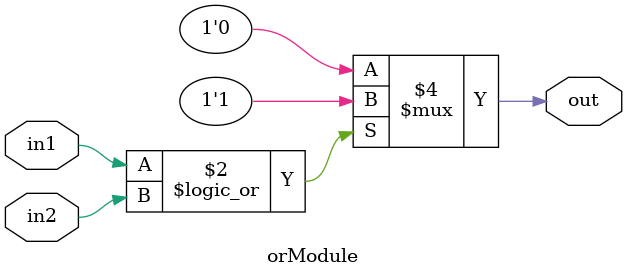
<source format=v>
module orModule(in1,in2,out);
	input in1,in2;
	output reg out;
	always@(*) begin
		if(in1 || in2) out = 1;
		else out = 0;
	end
endmodule
</source>
